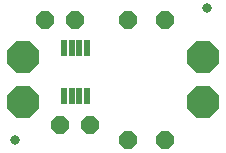
<source format=gts>
G75*
%MOIN*%
%OFA0B0*%
%FSLAX25Y25*%
%IPPOS*%
%LPD*%
%AMOC8*
5,1,8,0,0,1.08239X$1,22.5*
%
%ADD10C,0.03162*%
%ADD11OC8,0.06000*%
%ADD12OC8,0.10800*%
%ADD13R,0.02375X0.05524*%
D10*
X0011800Y0013050D03*
X0075550Y0056800D03*
D11*
X0061800Y0053050D03*
X0049300Y0053050D03*
X0031800Y0053050D03*
X0021800Y0053050D03*
X0026800Y0018050D03*
X0036800Y0018050D03*
X0049300Y0013050D03*
X0061800Y0013050D03*
D12*
X0074300Y0025550D03*
X0074300Y0040550D03*
X0014300Y0040550D03*
X0014300Y0025550D03*
D13*
X0027961Y0027479D03*
X0030520Y0027479D03*
X0033080Y0027479D03*
X0035639Y0027479D03*
X0035639Y0043621D03*
X0033080Y0043621D03*
X0030520Y0043621D03*
X0027961Y0043621D03*
M02*

</source>
